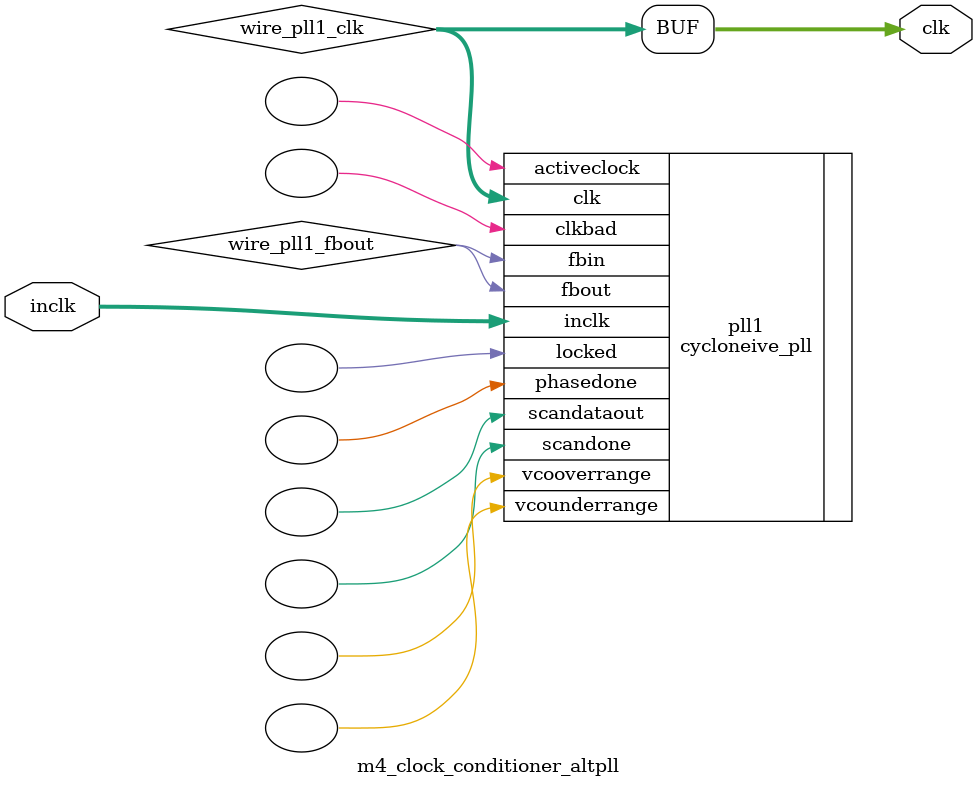
<source format=v>






//synthesis_resources = cycloneive_pll 1 
//synopsys translate_off
`timescale 1 ps / 1 ps
//synopsys translate_on
module  m4_clock_conditioner_altpll
	( 
	clk,
	inclk) /* synthesis synthesis_clearbox=1 */;
	output   [4:0]  clk;
	input   [1:0]  inclk;
`ifndef ALTERA_RESERVED_QIS
// synopsys translate_off
`endif
	tri0   [1:0]  inclk;
`ifndef ALTERA_RESERVED_QIS
// synopsys translate_on
`endif

	wire  [4:0]   wire_pll1_clk;
	wire  wire_pll1_fbout;

	cycloneive_pll   pll1
	( 
	.activeclock(),
	.clk(wire_pll1_clk),
	.clkbad(),
	.fbin(wire_pll1_fbout),
	.fbout(wire_pll1_fbout),
	.inclk(inclk),
	.locked(),
	.phasedone(),
	.scandataout(),
	.scandone(),
	.vcooverrange(),
	.vcounderrange()
	`ifndef FORMAL_VERIFICATION
	// synopsys translate_off
	`endif
	,
	.areset(1'b0),
	.clkswitch(1'b0),
	.configupdate(1'b0),
	.pfdena(1'b1),
	.phasecounterselect({3{1'b0}}),
	.phasestep(1'b0),
	.phaseupdown(1'b0),
	.scanclk(1'b0),
	.scanclkena(1'b1),
	.scandata(1'b0)
	`ifndef FORMAL_VERIFICATION
	// synopsys translate_on
	`endif
	);
	defparam
		pll1.bandwidth_type = "auto",
		pll1.clk0_divide_by = 1,
		pll1.clk0_duty_cycle = 50,
		pll1.clk0_multiply_by = 1,
		pll1.clk0_phase_shift = "0",
		pll1.clk1_divide_by = 1,
		pll1.clk1_duty_cycle = 50,
		pll1.clk1_multiply_by = 2,
		pll1.clk1_phase_shift = "0",
		pll1.compensate_clock = "clk0",
		pll1.inclk0_input_frequency = 100000,
		pll1.operation_mode = "normal",
		pll1.pll_type = "auto",
		pll1.lpm_type = "cycloneive_pll";
	assign
		clk = {wire_pll1_clk[4:0]};
endmodule //m4_clock_conditioner_altpll
//VALID FILE

</source>
